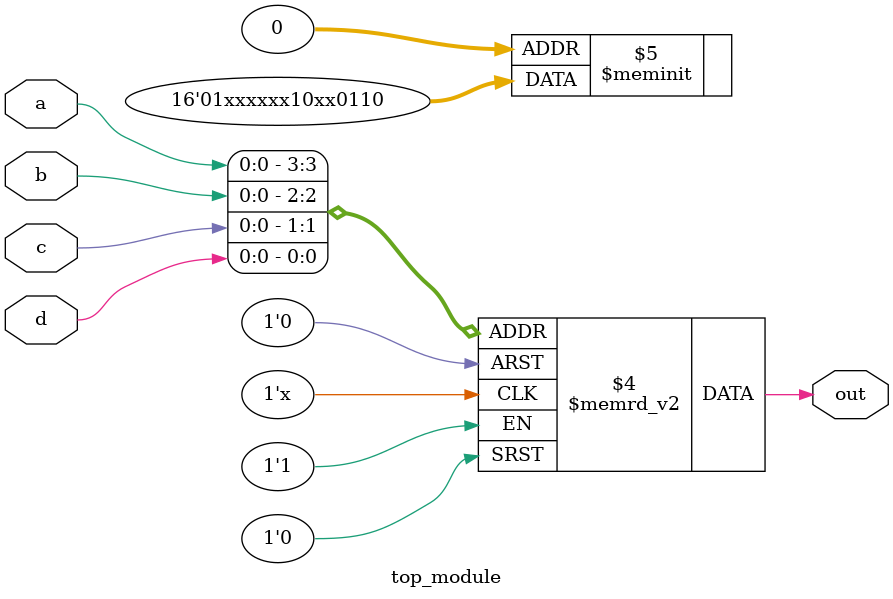
<source format=sv>
module top_module (
    input a, 
    input b,
    input c,
    input d,
    output reg out
);

always @(*) begin
    case ({a, b, c, d})
        4'b0000: out = 1'b0;
        4'b0001: out = 1'b1;
        4'b0011: out = 1'b0;
        4'b0010: out = 1'b1;
        4'b0111: out = 1'b1;
        4'b0110: out = 1'b0;
        4'b1110: out = 1'b1;
        4'b1111: out = 1'b0;
    endcase
end

endmodule

</source>
